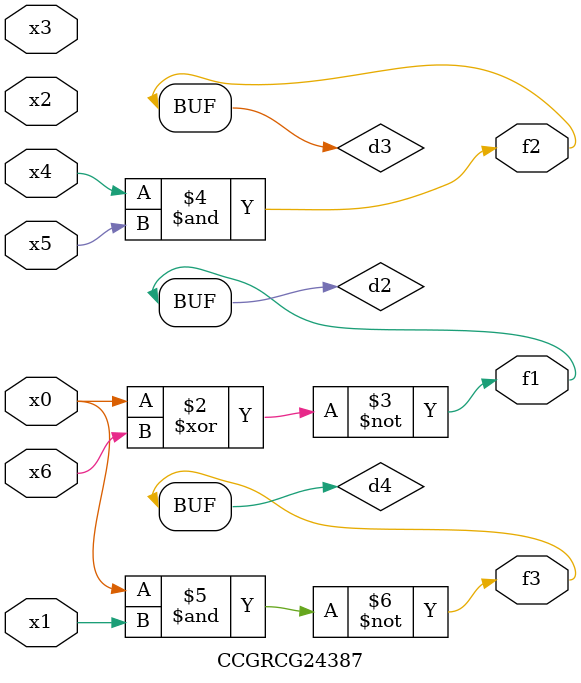
<source format=v>
module CCGRCG24387(
	input x0, x1, x2, x3, x4, x5, x6,
	output f1, f2, f3
);

	wire d1, d2, d3, d4;

	nor (d1, x0);
	xnor (d2, x0, x6);
	and (d3, x4, x5);
	nand (d4, x0, x1);
	assign f1 = d2;
	assign f2 = d3;
	assign f3 = d4;
endmodule

</source>
